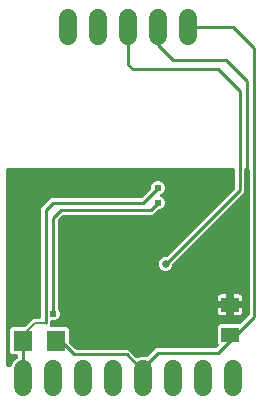
<source format=gbl>
G04 EAGLE Gerber RS-274X export*
G75*
%MOMM*%
%FSLAX34Y34*%
%LPD*%
%INBottom Copper*%
%IPPOS*%
%AMOC8*
5,1,8,0,0,1.08239X$1,22.5*%
G01*
%ADD10C,1.524000*%
%ADD11R,1.600000X1.803000*%
%ADD12R,1.524000X1.270000*%
%ADD13C,0.609600*%
%ADD14C,0.254000*%
%ADD15C,0.203200*%
%ADD16C,0.152400*%
%ADD17C,0.654800*%

G36*
X14407Y39126D02*
X14407Y39126D01*
X14484Y39124D01*
X14580Y39145D01*
X14678Y39157D01*
X14750Y39182D01*
X14824Y39199D01*
X14913Y39241D01*
X15006Y39274D01*
X15070Y39316D01*
X15139Y39348D01*
X15216Y39410D01*
X15299Y39463D01*
X15352Y39518D01*
X15411Y39566D01*
X15472Y39643D01*
X15541Y39714D01*
X15580Y39779D01*
X15627Y39839D01*
X15696Y39973D01*
X15720Y40013D01*
X15725Y40031D01*
X15739Y40057D01*
X16786Y42586D01*
X19644Y45444D01*
X20399Y45756D01*
X20466Y45794D01*
X20537Y45822D01*
X20618Y45878D01*
X20704Y45926D01*
X20760Y45977D01*
X20823Y46021D01*
X20889Y46094D01*
X20962Y46160D01*
X21005Y46223D01*
X21056Y46279D01*
X21104Y46366D01*
X21160Y46447D01*
X21188Y46518D01*
X21225Y46585D01*
X21252Y46679D01*
X21288Y46771D01*
X21299Y46846D01*
X21320Y46920D01*
X21332Y47069D01*
X21339Y47116D01*
X21337Y47135D01*
X21339Y47164D01*
X21339Y47881D01*
X21336Y47907D01*
X21338Y47933D01*
X21316Y48080D01*
X21299Y48227D01*
X21291Y48252D01*
X21287Y48278D01*
X21232Y48416D01*
X21182Y48555D01*
X21168Y48577D01*
X21158Y48602D01*
X21073Y48723D01*
X20993Y48848D01*
X20974Y48866D01*
X20959Y48888D01*
X20849Y48987D01*
X20742Y49090D01*
X20720Y49104D01*
X20700Y49121D01*
X20570Y49193D01*
X20443Y49269D01*
X20418Y49277D01*
X20395Y49290D01*
X20252Y49330D01*
X20111Y49375D01*
X20085Y49377D01*
X20060Y49385D01*
X19816Y49404D01*
X16098Y49404D01*
X14609Y50893D01*
X14609Y71027D01*
X16098Y72516D01*
X25965Y72516D01*
X26090Y72530D01*
X26217Y72537D01*
X26263Y72550D01*
X26311Y72556D01*
X26430Y72598D01*
X26552Y72633D01*
X26594Y72657D01*
X26639Y72673D01*
X26745Y72742D01*
X26856Y72803D01*
X26902Y72843D01*
X26932Y72862D01*
X26965Y72897D01*
X27042Y72962D01*
X31307Y77227D01*
X33837Y79757D01*
X39116Y79757D01*
X39142Y79760D01*
X39168Y79758D01*
X39315Y79780D01*
X39462Y79797D01*
X39487Y79805D01*
X39513Y79809D01*
X39651Y79864D01*
X39790Y79914D01*
X39812Y79928D01*
X39837Y79938D01*
X39958Y80023D01*
X40083Y80103D01*
X40101Y80122D01*
X40123Y80137D01*
X40222Y80247D01*
X40325Y80354D01*
X40339Y80376D01*
X40356Y80396D01*
X40428Y80526D01*
X40504Y80653D01*
X40512Y80678D01*
X40525Y80701D01*
X40565Y80844D01*
X40610Y80985D01*
X40612Y81011D01*
X40620Y81036D01*
X40639Y81280D01*
X40639Y173028D01*
X43317Y175707D01*
X43318Y175707D01*
X46543Y178932D01*
X49222Y181611D01*
X124791Y181611D01*
X124916Y181625D01*
X125042Y181632D01*
X125089Y181645D01*
X125137Y181651D01*
X125256Y181693D01*
X125377Y181728D01*
X125419Y181752D01*
X125465Y181768D01*
X125571Y181837D01*
X125681Y181898D01*
X125728Y181938D01*
X125758Y181957D01*
X125791Y181992D01*
X125868Y182057D01*
X133665Y189854D01*
X133744Y189953D01*
X133828Y190047D01*
X133852Y190090D01*
X133882Y190127D01*
X133936Y190242D01*
X133997Y190352D01*
X134010Y190399D01*
X134031Y190442D01*
X134057Y190566D01*
X134092Y190688D01*
X134097Y190748D01*
X134104Y190783D01*
X134103Y190831D01*
X134111Y190931D01*
X134111Y191612D01*
X134962Y193666D01*
X136534Y195238D01*
X138588Y196089D01*
X140812Y196089D01*
X142866Y195238D01*
X144438Y193666D01*
X145289Y191612D01*
X145289Y189388D01*
X144438Y187334D01*
X142866Y185762D01*
X142371Y185557D01*
X142284Y185508D01*
X142191Y185468D01*
X142132Y185424D01*
X142067Y185388D01*
X141992Y185320D01*
X141912Y185261D01*
X141864Y185204D01*
X141809Y185154D01*
X141751Y185071D01*
X141687Y184995D01*
X141653Y184928D01*
X141610Y184867D01*
X141574Y184774D01*
X141528Y184684D01*
X141510Y184612D01*
X141483Y184543D01*
X141468Y184443D01*
X141444Y184346D01*
X141443Y184272D01*
X141432Y184198D01*
X141440Y184098D01*
X141439Y183998D01*
X141454Y183925D01*
X141461Y183851D01*
X141492Y183755D01*
X141513Y183657D01*
X141545Y183590D01*
X141568Y183519D01*
X141620Y183433D01*
X141663Y183342D01*
X141709Y183284D01*
X141747Y183221D01*
X141817Y183148D01*
X141880Y183070D01*
X141938Y183024D01*
X141990Y182971D01*
X142075Y182916D01*
X142154Y182854D01*
X142243Y182808D01*
X142284Y182782D01*
X142317Y182770D01*
X142371Y182743D01*
X142866Y182538D01*
X144438Y180966D01*
X145289Y178912D01*
X145289Y176688D01*
X144438Y174634D01*
X142866Y173062D01*
X140812Y172211D01*
X140131Y172211D01*
X140006Y172197D01*
X139880Y172190D01*
X139833Y172177D01*
X139785Y172171D01*
X139666Y172129D01*
X139545Y172094D01*
X139503Y172070D01*
X139457Y172054D01*
X139351Y171985D01*
X139241Y171924D01*
X139194Y171884D01*
X139164Y171865D01*
X139131Y171830D01*
X139054Y171765D01*
X134928Y167639D01*
X59359Y167639D01*
X59234Y167625D01*
X59108Y167618D01*
X59061Y167605D01*
X59013Y167599D01*
X58894Y167557D01*
X58773Y167522D01*
X58731Y167498D01*
X58685Y167482D01*
X58579Y167413D01*
X58469Y167352D01*
X58422Y167312D01*
X58392Y167293D01*
X58359Y167258D01*
X58282Y167193D01*
X55057Y163968D01*
X54978Y163869D01*
X54894Y163775D01*
X54870Y163732D01*
X54840Y163695D01*
X54786Y163580D01*
X54725Y163470D01*
X54712Y163423D01*
X54691Y163380D01*
X54665Y163256D01*
X54630Y163134D01*
X54625Y163074D01*
X54618Y163039D01*
X54619Y162991D01*
X54611Y162891D01*
X54611Y88544D01*
X54625Y88418D01*
X54632Y88292D01*
X54645Y88246D01*
X54651Y88198D01*
X54693Y88079D01*
X54728Y87957D01*
X54752Y87915D01*
X54768Y87870D01*
X54837Y87763D01*
X54898Y87653D01*
X54938Y87607D01*
X54957Y87577D01*
X54992Y87543D01*
X55057Y87467D01*
X55538Y86986D01*
X56389Y84932D01*
X56389Y82708D01*
X55538Y80654D01*
X53966Y79082D01*
X51912Y78231D01*
X49784Y78231D01*
X49758Y78228D01*
X49732Y78230D01*
X49585Y78208D01*
X49438Y78191D01*
X49413Y78183D01*
X49387Y78179D01*
X49249Y78124D01*
X49110Y78074D01*
X49088Y78060D01*
X49063Y78050D01*
X48942Y77965D01*
X48817Y77885D01*
X48799Y77866D01*
X48777Y77851D01*
X48678Y77741D01*
X48575Y77634D01*
X48561Y77612D01*
X48544Y77592D01*
X48472Y77462D01*
X48396Y77335D01*
X48388Y77310D01*
X48375Y77287D01*
X48335Y77144D01*
X48290Y77003D01*
X48288Y76977D01*
X48280Y76952D01*
X48261Y76708D01*
X48261Y74039D01*
X48264Y74013D01*
X48262Y73987D01*
X48284Y73840D01*
X48301Y73693D01*
X48309Y73668D01*
X48313Y73642D01*
X48368Y73504D01*
X48418Y73365D01*
X48432Y73343D01*
X48442Y73318D01*
X48527Y73197D01*
X48607Y73072D01*
X48626Y73054D01*
X48641Y73032D01*
X48751Y72933D01*
X48858Y72830D01*
X48880Y72816D01*
X48900Y72799D01*
X49030Y72727D01*
X49157Y72651D01*
X49182Y72643D01*
X49205Y72630D01*
X49348Y72590D01*
X49489Y72545D01*
X49515Y72543D01*
X49540Y72535D01*
X49784Y72516D01*
X62642Y72516D01*
X64131Y71027D01*
X64131Y59999D01*
X64145Y59874D01*
X64152Y59748D01*
X64165Y59701D01*
X64171Y59653D01*
X64213Y59534D01*
X64248Y59413D01*
X64272Y59371D01*
X64288Y59325D01*
X64357Y59219D01*
X64418Y59109D01*
X64458Y59062D01*
X64477Y59032D01*
X64512Y58999D01*
X64577Y58922D01*
X69712Y53787D01*
X69811Y53708D01*
X69905Y53624D01*
X69948Y53600D01*
X69985Y53570D01*
X70100Y53516D01*
X70210Y53455D01*
X70257Y53442D01*
X70300Y53421D01*
X70424Y53395D01*
X70546Y53360D01*
X70606Y53355D01*
X70641Y53348D01*
X70689Y53349D01*
X70789Y53341D01*
X114608Y53341D01*
X121416Y46533D01*
X121476Y46485D01*
X121529Y46431D01*
X121612Y46377D01*
X121689Y46316D01*
X121758Y46284D01*
X121823Y46242D01*
X121915Y46209D01*
X122004Y46167D01*
X122079Y46151D01*
X122151Y46126D01*
X122249Y46115D01*
X122345Y46094D01*
X122421Y46095D01*
X122497Y46087D01*
X122595Y46098D01*
X122694Y46100D01*
X122768Y46119D01*
X122844Y46128D01*
X122986Y46173D01*
X123032Y46185D01*
X123049Y46194D01*
X123076Y46203D01*
X124979Y46991D01*
X129021Y46991D01*
X129128Y46947D01*
X129201Y46926D01*
X129271Y46895D01*
X129368Y46878D01*
X129463Y46851D01*
X129539Y46847D01*
X129614Y46834D01*
X129713Y46839D01*
X129811Y46834D01*
X129886Y46848D01*
X129962Y46852D01*
X130057Y46879D01*
X130154Y46897D01*
X130224Y46927D01*
X130297Y46948D01*
X130383Y46996D01*
X130473Y47035D01*
X130535Y47081D01*
X130601Y47118D01*
X130715Y47215D01*
X130753Y47243D01*
X130765Y47258D01*
X130788Y47277D01*
X138122Y54611D01*
X188291Y54611D01*
X188416Y54625D01*
X188542Y54632D01*
X188589Y54645D01*
X188637Y54651D01*
X188756Y54693D01*
X188877Y54728D01*
X188919Y54752D01*
X188965Y54768D01*
X189071Y54837D01*
X189181Y54898D01*
X189228Y54938D01*
X189258Y54957D01*
X189291Y54992D01*
X189368Y55057D01*
X190647Y56336D01*
X190663Y56356D01*
X190683Y56373D01*
X190729Y56436D01*
X190762Y56470D01*
X190789Y56515D01*
X190863Y56609D01*
X190875Y56633D01*
X190890Y56654D01*
X190938Y56764D01*
X190941Y56769D01*
X190943Y56776D01*
X190949Y56790D01*
X191012Y56924D01*
X191018Y56950D01*
X191028Y56974D01*
X191054Y57120D01*
X191086Y57265D01*
X191085Y57291D01*
X191090Y57317D01*
X191082Y57465D01*
X191080Y57613D01*
X191073Y57639D01*
X191072Y57665D01*
X191031Y57807D01*
X190995Y57951D01*
X190983Y57974D01*
X190975Y58000D01*
X190903Y58129D01*
X190835Y58261D01*
X190818Y58281D01*
X190805Y58304D01*
X190647Y58490D01*
X190499Y58638D01*
X190499Y73442D01*
X191988Y74931D01*
X208611Y74931D01*
X208736Y74945D01*
X208862Y74952D01*
X208909Y74965D01*
X208957Y74971D01*
X209076Y75013D01*
X209197Y75048D01*
X209239Y75072D01*
X209285Y75088D01*
X209391Y75157D01*
X209501Y75218D01*
X209548Y75258D01*
X209578Y75277D01*
X209611Y75312D01*
X209688Y75377D01*
X216723Y82412D01*
X216802Y82511D01*
X216886Y82605D01*
X216910Y82648D01*
X216940Y82685D01*
X216994Y82800D01*
X217055Y82910D01*
X217068Y82957D01*
X217089Y83000D01*
X217115Y83124D01*
X217150Y83246D01*
X217155Y83306D01*
X217162Y83341D01*
X217161Y83389D01*
X217169Y83489D01*
X217169Y205740D01*
X217166Y205766D01*
X217168Y205792D01*
X217146Y205939D01*
X217129Y206086D01*
X217121Y206111D01*
X217117Y206137D01*
X217062Y206275D01*
X217012Y206414D01*
X216998Y206436D01*
X216988Y206461D01*
X216903Y206582D01*
X216823Y206707D01*
X216804Y206725D01*
X216789Y206747D01*
X216679Y206846D01*
X216572Y206949D01*
X216550Y206963D01*
X216530Y206980D01*
X216400Y207052D01*
X216273Y207128D01*
X216248Y207136D01*
X216225Y207149D01*
X216082Y207189D01*
X215941Y207234D01*
X215915Y207236D01*
X215890Y207244D01*
X215646Y207263D01*
X214088Y207263D01*
X214062Y207260D01*
X214036Y207262D01*
X213889Y207240D01*
X213742Y207223D01*
X213717Y207215D01*
X213691Y207211D01*
X213553Y207156D01*
X213414Y207106D01*
X213392Y207092D01*
X213367Y207082D01*
X213246Y206997D01*
X213121Y206917D01*
X213103Y206898D01*
X213081Y206883D01*
X212982Y206773D01*
X212879Y206666D01*
X212865Y206644D01*
X212848Y206624D01*
X212776Y206494D01*
X212700Y206367D01*
X212692Y206342D01*
X212679Y206319D01*
X212639Y206176D01*
X212594Y206035D01*
X212592Y206009D01*
X212584Y205984D01*
X212565Y205740D01*
X212565Y186856D01*
X152311Y126602D01*
X152232Y126503D01*
X152148Y126409D01*
X152124Y126366D01*
X152094Y126329D01*
X152040Y126214D01*
X151979Y126104D01*
X151966Y126057D01*
X151945Y126014D01*
X151919Y125890D01*
X151884Y125768D01*
X151879Y125708D01*
X151872Y125673D01*
X151873Y125625D01*
X151865Y125525D01*
X151865Y124573D01*
X150979Y122436D01*
X149344Y120801D01*
X147207Y119915D01*
X144893Y119915D01*
X142756Y120801D01*
X141121Y122436D01*
X140235Y124573D01*
X140235Y126887D01*
X141121Y129024D01*
X142756Y130659D01*
X144893Y131545D01*
X145845Y131545D01*
X145970Y131559D01*
X146096Y131566D01*
X146143Y131579D01*
X146191Y131585D01*
X146310Y131627D01*
X146431Y131662D01*
X146473Y131686D01*
X146519Y131702D01*
X146625Y131771D01*
X146735Y131832D01*
X146782Y131872D01*
X146812Y131891D01*
X146845Y131926D01*
X146922Y131991D01*
X204497Y189566D01*
X204576Y189665D01*
X204660Y189759D01*
X204684Y189802D01*
X204714Y189839D01*
X204768Y189954D01*
X204829Y190064D01*
X204842Y190111D01*
X204863Y190154D01*
X204889Y190278D01*
X204924Y190400D01*
X204929Y190460D01*
X204936Y190495D01*
X204935Y190543D01*
X204943Y190643D01*
X204943Y205740D01*
X204940Y205766D01*
X204942Y205792D01*
X204920Y205939D01*
X204903Y206086D01*
X204895Y206111D01*
X204891Y206137D01*
X204836Y206275D01*
X204786Y206414D01*
X204772Y206436D01*
X204762Y206461D01*
X204677Y206582D01*
X204597Y206707D01*
X204578Y206725D01*
X204563Y206747D01*
X204453Y206846D01*
X204346Y206949D01*
X204324Y206963D01*
X204304Y206980D01*
X204174Y207052D01*
X204047Y207128D01*
X204022Y207136D01*
X203999Y207149D01*
X203856Y207189D01*
X203715Y207234D01*
X203689Y207236D01*
X203664Y207244D01*
X203420Y207263D01*
X12700Y207263D01*
X12674Y207260D01*
X12648Y207262D01*
X12501Y207240D01*
X12354Y207223D01*
X12329Y207215D01*
X12303Y207211D01*
X12165Y207156D01*
X12026Y207106D01*
X12004Y207092D01*
X11979Y207082D01*
X11858Y206997D01*
X11733Y206917D01*
X11715Y206898D01*
X11693Y206883D01*
X11594Y206773D01*
X11491Y206666D01*
X11477Y206644D01*
X11460Y206624D01*
X11388Y206494D01*
X11312Y206367D01*
X11304Y206342D01*
X11291Y206319D01*
X11251Y206176D01*
X11206Y206035D01*
X11204Y206009D01*
X11196Y205984D01*
X11177Y205740D01*
X11177Y40640D01*
X11180Y40614D01*
X11178Y40588D01*
X11200Y40441D01*
X11217Y40294D01*
X11225Y40269D01*
X11229Y40243D01*
X11284Y40105D01*
X11334Y39966D01*
X11348Y39944D01*
X11358Y39919D01*
X11443Y39798D01*
X11523Y39673D01*
X11542Y39655D01*
X11557Y39633D01*
X11667Y39534D01*
X11774Y39431D01*
X11796Y39417D01*
X11816Y39400D01*
X11946Y39328D01*
X12073Y39252D01*
X12098Y39244D01*
X12121Y39231D01*
X12264Y39191D01*
X12405Y39146D01*
X12431Y39144D01*
X12456Y39136D01*
X12700Y39117D01*
X14332Y39117D01*
X14407Y39126D01*
G37*
%LPC*%
G36*
X203707Y94487D02*
X203707Y94487D01*
X203707Y100331D01*
X208615Y100331D01*
X209261Y100158D01*
X209840Y99823D01*
X210313Y99350D01*
X210648Y98771D01*
X210821Y98125D01*
X210821Y94487D01*
X203707Y94487D01*
G37*
%LPD*%
%LPC*%
G36*
X190499Y94487D02*
X190499Y94487D01*
X190499Y98125D01*
X190672Y98771D01*
X191007Y99350D01*
X191480Y99823D01*
X192059Y100158D01*
X192705Y100331D01*
X197613Y100331D01*
X197613Y94487D01*
X190499Y94487D01*
G37*
%LPD*%
%LPC*%
G36*
X203707Y82549D02*
X203707Y82549D01*
X203707Y88393D01*
X210821Y88393D01*
X210821Y84755D01*
X210648Y84109D01*
X210313Y83530D01*
X209840Y83057D01*
X209261Y82722D01*
X208615Y82549D01*
X203707Y82549D01*
G37*
%LPD*%
%LPC*%
G36*
X192705Y82549D02*
X192705Y82549D01*
X192059Y82722D01*
X191480Y83057D01*
X191007Y83530D01*
X190672Y84109D01*
X190499Y84755D01*
X190499Y88393D01*
X197613Y88393D01*
X197613Y82549D01*
X192705Y82549D01*
G37*
%LPD*%
%LPC*%
G36*
X200659Y91439D02*
X200659Y91439D01*
X200659Y91441D01*
X200661Y91441D01*
X200661Y91439D01*
X200659Y91439D01*
G37*
%LPD*%
D10*
X63500Y318770D02*
X63500Y334010D01*
X88900Y334010D02*
X88900Y318770D01*
X114300Y318770D02*
X114300Y334010D01*
X139700Y334010D02*
X139700Y318770D01*
X165100Y318770D02*
X165100Y334010D01*
X203200Y36830D02*
X203200Y21590D01*
X177800Y21590D02*
X177800Y36830D01*
X152400Y36830D02*
X152400Y21590D01*
X127000Y21590D02*
X127000Y36830D01*
X101600Y36830D02*
X101600Y21590D01*
X76200Y21590D02*
X76200Y36830D01*
X50800Y36830D02*
X50800Y21590D01*
X25400Y21590D02*
X25400Y36830D01*
D11*
X53590Y60960D03*
X25150Y60960D03*
D12*
X200660Y91440D03*
X200660Y66040D03*
D13*
X139700Y190500D03*
D14*
X127000Y177800D01*
X50800Y177800D01*
X44450Y171450D01*
X44450Y76200D01*
D15*
X25150Y29460D02*
X25400Y29210D01*
D14*
X25150Y29460D02*
X25150Y60960D01*
D15*
X25150Y66040D01*
X35310Y76200D01*
X44450Y76200D01*
D13*
X50800Y83820D03*
D14*
X50800Y165100D01*
X57150Y171450D01*
X133350Y171450D01*
X139700Y177800D01*
D13*
X139700Y177800D03*
D14*
X220980Y308610D02*
X203200Y326390D01*
X165100Y326390D01*
X220980Y308610D02*
X220980Y81280D01*
X139700Y50800D02*
X127000Y38100D01*
X127000Y29210D01*
D16*
X205740Y66040D02*
X220980Y81280D01*
X205740Y66040D02*
X203200Y66040D01*
X200660Y66040D01*
X203200Y63500D02*
X190500Y50800D01*
X203200Y63500D02*
X203200Y66040D01*
D14*
X190500Y50800D02*
X139700Y50800D01*
X190500Y50800D02*
X220980Y81280D01*
X57150Y60960D02*
X53590Y60960D01*
X57150Y60960D02*
X68580Y49530D01*
X113030Y49530D01*
X127000Y35560D01*
X127000Y29210D01*
D17*
X152400Y148590D03*
D14*
X139700Y311150D02*
X139700Y326390D01*
X139700Y311150D02*
X152400Y298450D01*
X196850Y298450D01*
X214630Y280670D01*
X214630Y176530D01*
X209550Y171450D01*
D13*
X177800Y69850D03*
D17*
X146050Y125730D03*
D14*
X118110Y290830D02*
X114300Y294640D01*
X114300Y326390D01*
X208754Y272576D02*
X208754Y188434D01*
X190500Y290830D02*
X118110Y290830D01*
X208754Y188434D02*
X146050Y125730D01*
X208754Y272576D02*
X190500Y290830D01*
M02*

</source>
